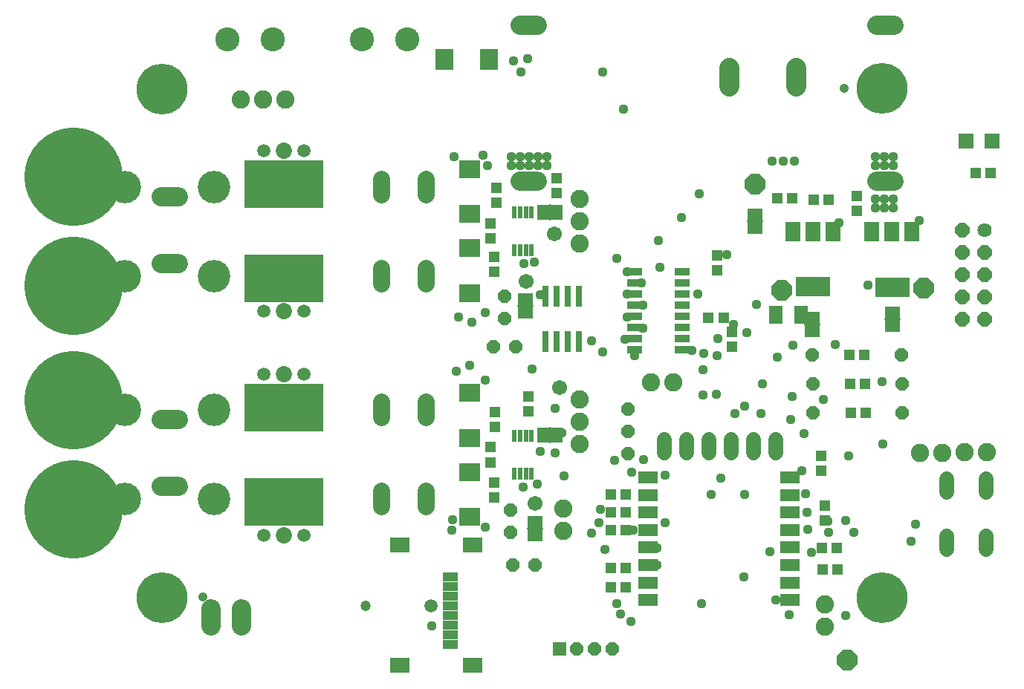
<source format=gts>
G75*
%MOIN*%
%OFA0B0*%
%FSLAX25Y25*%
%IPPOS*%
%LPD*%
%AMOC8*
5,1,8,0,0,1.08239X$1,22.5*
%
%ADD10R,0.02375X0.05524*%
%ADD11R,0.06700X0.08700*%
%ADD12R,0.15800X0.08700*%
%ADD13R,0.04737X0.05131*%
%ADD14R,0.05131X0.04737*%
%ADD15OC8,0.06000*%
%ADD16C,0.08200*%
%ADD17R,0.08674X0.05524*%
%ADD18C,0.06800*%
%ADD19R,0.06800X0.03300*%
%ADD20R,0.35249X0.21272*%
%ADD21C,0.04769*%
%ADD22C,0.05950*%
%ADD23C,0.07296*%
%ADD24C,0.06400*%
%ADD25OC8,0.06400*%
%ADD26C,0.04737*%
%ADD27C,0.05918*%
%ADD28OC8,0.09300*%
%ADD29R,0.06000X0.06000*%
%ADD30R,0.08674X0.06509*%
%ADD31R,0.06706X0.03950*%
%ADD32R,0.09461X0.07887*%
%ADD33C,0.10800*%
%ADD34R,0.06706X0.06706*%
%ADD35R,0.07100X0.05400*%
%ADD36R,0.01600X0.03300*%
%ADD37R,0.07200X0.00600*%
%ADD38C,0.44107*%
%ADD39R,0.03162X0.09461*%
%ADD40C,0.03937*%
%ADD41R,0.07887X0.09461*%
%ADD42C,0.07800*%
%ADD43C,0.14580*%
%ADD44C,0.08600*%
%ADD45C,0.09050*%
%ADD46R,0.06076X0.07887*%
%ADD47R,0.05400X0.07100*%
%ADD48R,0.03300X0.01600*%
%ADD49R,0.00600X0.07200*%
%ADD50C,0.06737*%
%ADD51C,0.22800*%
%ADD52C,0.04369*%
D10*
X0261871Y0147324D03*
X0264430Y0147324D03*
X0266989Y0147324D03*
X0269548Y0147324D03*
X0269548Y0164306D03*
X0266989Y0164306D03*
X0264430Y0164306D03*
X0261871Y0164306D03*
X0261871Y0247718D03*
X0264430Y0247718D03*
X0266989Y0247718D03*
X0269548Y0247718D03*
X0269548Y0264699D03*
X0266989Y0264699D03*
X0264430Y0264699D03*
X0261871Y0264699D03*
D11*
X0386806Y0255962D03*
X0395806Y0255962D03*
X0404806Y0255962D03*
X0422239Y0255939D03*
X0431239Y0255939D03*
X0440239Y0255939D03*
D12*
X0431339Y0231139D03*
X0395906Y0231162D03*
D13*
X0355648Y0217486D03*
X0348955Y0217486D03*
X0352787Y0238654D03*
X0352787Y0245347D03*
X0415619Y0265280D03*
X0415619Y0271973D03*
X0468808Y0282403D03*
X0475501Y0282403D03*
X0280729Y0279878D03*
X0280729Y0273185D03*
X0253763Y0275709D03*
X0253763Y0269016D03*
X0251024Y0259555D03*
X0251024Y0252862D03*
X0252914Y0244791D03*
X0252914Y0238098D03*
X0268229Y0181878D03*
X0268229Y0175185D03*
X0253032Y0175131D03*
X0253032Y0168438D03*
X0251024Y0159161D03*
X0251024Y0152468D03*
X0252914Y0143413D03*
X0252914Y0136720D03*
X0305138Y0137943D03*
X0311831Y0137943D03*
X0311864Y0129915D03*
X0305171Y0129915D03*
X0305161Y0121837D03*
X0311854Y0121837D03*
X0311891Y0105022D03*
X0305199Y0105022D03*
X0305169Y0096289D03*
X0311862Y0096289D03*
X0400078Y0104420D03*
X0406771Y0104420D03*
X0406472Y0114138D03*
X0399779Y0114138D03*
X0401092Y0126368D03*
X0401092Y0133061D03*
X0399490Y0148620D03*
X0399490Y0155313D03*
D14*
X0412729Y0174531D03*
X0419422Y0174531D03*
X0419229Y0187531D03*
X0412536Y0187531D03*
X0412229Y0200531D03*
X0418922Y0200531D03*
X0359596Y0204214D03*
X0359596Y0210907D03*
X0379712Y0270893D03*
X0386405Y0270893D03*
X0396193Y0270282D03*
X0402886Y0270282D03*
D15*
X0395576Y0200531D03*
X0395729Y0187531D03*
X0395729Y0174531D03*
X0435729Y0174531D03*
X0435729Y0187531D03*
X0435576Y0200531D03*
X0312646Y0176205D03*
X0312646Y0166205D03*
X0312646Y0156205D03*
X0260275Y0131102D03*
X0260275Y0121102D03*
X0261133Y0106372D03*
X0271133Y0106372D03*
X0289968Y0068704D03*
X0297842Y0068704D03*
X0305716Y0068704D03*
X0262539Y0204389D03*
X0252539Y0204389D03*
X0257334Y0216962D03*
X0257334Y0226962D03*
D16*
X0291007Y0250614D03*
X0291007Y0260614D03*
X0291007Y0270614D03*
X0159080Y0315226D03*
X0149080Y0315226D03*
X0139080Y0315226D03*
X0323029Y0188492D03*
X0333029Y0188492D03*
X0291043Y0180635D03*
X0291043Y0170635D03*
X0291043Y0160635D03*
X0283854Y0131751D03*
X0283854Y0121751D03*
X0401220Y0088808D03*
X0401220Y0078808D03*
X0443943Y0156719D03*
X0453943Y0156719D03*
X0463914Y0156845D03*
X0473914Y0156845D03*
D17*
X0385607Y0145657D03*
X0385607Y0137783D03*
X0385607Y0129909D03*
X0385607Y0122035D03*
X0385607Y0114161D03*
X0385607Y0106287D03*
X0385607Y0098413D03*
X0385607Y0090539D03*
X0321828Y0090539D03*
X0321828Y0098413D03*
X0321828Y0106287D03*
X0321828Y0114161D03*
X0321828Y0122035D03*
X0321828Y0129909D03*
X0321828Y0137783D03*
X0321828Y0145657D03*
D18*
X0329198Y0156563D02*
X0329198Y0162563D01*
X0339198Y0162563D02*
X0339198Y0156563D01*
X0349198Y0156563D02*
X0349198Y0162563D01*
X0359198Y0162563D02*
X0359198Y0156563D01*
X0369198Y0156563D02*
X0369198Y0162563D01*
X0379198Y0162563D02*
X0379198Y0156563D01*
X0455829Y0144831D02*
X0455829Y0138831D01*
X0473629Y0138831D02*
X0473629Y0144831D01*
X0473629Y0119231D02*
X0473629Y0113231D01*
X0455829Y0113231D02*
X0455829Y0119231D01*
D19*
X0337052Y0202866D03*
X0337052Y0207866D03*
X0337052Y0212866D03*
X0337052Y0217866D03*
X0337052Y0222866D03*
X0337052Y0227866D03*
X0337052Y0232866D03*
X0337052Y0237866D03*
X0315831Y0237866D03*
X0315831Y0232866D03*
X0315831Y0227866D03*
X0315831Y0222866D03*
X0315831Y0217866D03*
X0315831Y0212866D03*
X0315831Y0207866D03*
X0315831Y0202866D03*
D20*
X0158457Y0177075D03*
X0158457Y0134555D03*
X0158457Y0234949D03*
X0158457Y0277468D03*
D21*
X0158457Y0277862D03*
X0151568Y0277862D03*
X0144678Y0277862D03*
X0144678Y0270972D03*
X0151568Y0270972D03*
X0158457Y0270972D03*
X0165347Y0270972D03*
X0172237Y0270972D03*
X0172237Y0277862D03*
X0165347Y0277862D03*
X0165347Y0284752D03*
X0158457Y0284752D03*
X0151568Y0284752D03*
X0144678Y0284752D03*
X0172237Y0284752D03*
X0172237Y0241445D03*
X0165347Y0241445D03*
X0158457Y0241445D03*
X0151568Y0241445D03*
X0144678Y0241445D03*
X0144678Y0234555D03*
X0151568Y0234555D03*
X0158457Y0234555D03*
X0165347Y0234555D03*
X0172237Y0234555D03*
X0172237Y0227665D03*
X0165347Y0227665D03*
X0158457Y0227665D03*
X0151568Y0227665D03*
X0144678Y0227665D03*
X0144678Y0184358D03*
X0151568Y0184358D03*
X0158457Y0184358D03*
X0165347Y0184358D03*
X0172237Y0184358D03*
X0172237Y0177468D03*
X0165347Y0177468D03*
X0158457Y0177468D03*
X0151568Y0177468D03*
X0144678Y0177468D03*
X0144678Y0170579D03*
X0151568Y0170579D03*
X0158457Y0170579D03*
X0165347Y0170579D03*
X0172237Y0170579D03*
X0172237Y0141051D03*
X0165347Y0141051D03*
X0158457Y0141051D03*
X0151568Y0141051D03*
X0144678Y0141051D03*
X0144678Y0134161D03*
X0151568Y0134161D03*
X0158457Y0134161D03*
X0165347Y0134161D03*
X0172237Y0134161D03*
X0172237Y0127271D03*
X0165347Y0127271D03*
X0158457Y0127271D03*
X0151568Y0127271D03*
X0144678Y0127271D03*
D22*
X0149568Y0119771D03*
X0167347Y0119771D03*
X0167347Y0191858D03*
X0149568Y0191858D03*
X0149568Y0220165D03*
X0167347Y0220165D03*
X0167347Y0292252D03*
X0149568Y0292252D03*
D23*
X0158457Y0292252D03*
X0158457Y0220165D03*
X0158457Y0191858D03*
X0158457Y0119771D03*
D24*
X0472678Y0256657D03*
D25*
X0462678Y0256657D03*
X0462678Y0246657D03*
X0472678Y0246657D03*
X0472678Y0236657D03*
X0462678Y0236657D03*
X0462678Y0226657D03*
X0472678Y0226657D03*
X0472678Y0216657D03*
X0462678Y0216657D03*
D26*
X0195084Y0088114D03*
D27*
X0224612Y0088114D03*
D28*
X0411135Y0063531D03*
X0381906Y0229571D03*
X0445339Y0230571D03*
X0369905Y0277341D03*
D29*
X0282094Y0068704D03*
D30*
X0243303Y0061287D03*
X0210625Y0061287D03*
X0210625Y0115421D03*
X0243303Y0115421D03*
D31*
X0233066Y0100972D03*
X0233066Y0096641D03*
X0233066Y0092311D03*
X0233066Y0087980D03*
X0233066Y0083649D03*
X0233066Y0079319D03*
X0233066Y0074988D03*
X0233066Y0070657D03*
D32*
X0241713Y0128059D03*
X0241713Y0148138D03*
X0241713Y0163492D03*
X0241713Y0183571D03*
X0241713Y0228453D03*
X0241713Y0248531D03*
X0241713Y0263886D03*
X0241713Y0283964D03*
D33*
X0213833Y0342420D03*
X0193360Y0342420D03*
X0153597Y0342420D03*
X0133124Y0342420D03*
D34*
X0464422Y0296649D03*
X0476202Y0296649D03*
D35*
X0369901Y0263501D03*
X0369901Y0257501D03*
X0431339Y0219760D03*
X0431339Y0213760D03*
X0395406Y0211260D03*
X0395406Y0217260D03*
X0266729Y0219531D03*
X0266729Y0225531D03*
X0271229Y0125531D03*
X0271229Y0119531D03*
D36*
X0271229Y0122531D03*
X0395406Y0214260D03*
X0431339Y0216760D03*
X0369901Y0260501D03*
X0266729Y0222531D03*
D37*
X0266729Y0222531D03*
X0369901Y0260501D03*
X0431339Y0216760D03*
X0395406Y0214260D03*
X0271229Y0122531D03*
D38*
X0064135Y0131208D03*
X0064135Y0180421D03*
X0064135Y0231602D03*
X0064135Y0280815D03*
D39*
X0275902Y0227124D03*
X0280902Y0227124D03*
X0285902Y0227124D03*
X0290902Y0227124D03*
X0290902Y0206652D03*
X0285902Y0206652D03*
X0280902Y0206652D03*
X0275902Y0206652D03*
D40*
X0409686Y0320185D02*
X0409686Y0320185D01*
X0409686Y0320185D01*
X0409686Y0320185D01*
X0409686Y0320185D01*
X0409686Y0320185D01*
X0409686Y0320185D01*
X0409686Y0320185D01*
X0409686Y0320185D01*
X0122284Y0091838D02*
X0122284Y0091838D01*
X0122284Y0091838D01*
X0122284Y0091838D01*
X0122284Y0091838D01*
X0122284Y0091838D01*
X0122284Y0091838D01*
X0122284Y0091838D01*
X0122284Y0091838D01*
D41*
X0230426Y0333372D03*
X0250505Y0333372D03*
D42*
X0222229Y0279708D02*
X0222229Y0272708D01*
X0202229Y0272708D02*
X0202229Y0279708D01*
X0202229Y0239708D02*
X0202229Y0232708D01*
X0222229Y0232708D02*
X0222229Y0239708D01*
X0222229Y0179708D02*
X0222229Y0172708D01*
X0202229Y0172708D02*
X0202229Y0179708D01*
X0202229Y0139708D02*
X0202229Y0132708D01*
X0222229Y0132708D02*
X0222229Y0139708D01*
D43*
X0127229Y0136031D03*
X0087229Y0136031D03*
X0087229Y0176031D03*
X0127229Y0176031D03*
X0127229Y0236031D03*
X0087229Y0236031D03*
X0087229Y0276031D03*
X0127229Y0276031D03*
D44*
X0125828Y0086683D02*
X0125828Y0078883D01*
X0139607Y0078883D02*
X0139607Y0086683D01*
X0111129Y0141531D02*
X0103329Y0141531D01*
X0103329Y0171531D02*
X0111129Y0171531D01*
X0111129Y0241531D02*
X0103329Y0241531D01*
X0103329Y0271531D02*
X0111129Y0271531D01*
X0264329Y0278531D02*
X0272129Y0278531D01*
X0272129Y0348531D02*
X0264329Y0348531D01*
X0424329Y0348531D02*
X0432129Y0348531D01*
X0432129Y0278531D02*
X0424329Y0278531D01*
D45*
X0388229Y0321406D02*
X0388229Y0329656D01*
X0358229Y0329656D02*
X0358229Y0321406D01*
D46*
X0379099Y0218531D03*
X0390359Y0218531D03*
D47*
X0280729Y0264531D03*
X0274729Y0264531D03*
X0274729Y0164531D03*
X0280729Y0164531D03*
D48*
X0277729Y0164531D03*
X0277729Y0264531D03*
D49*
X0277729Y0264531D03*
X0277729Y0164531D03*
D50*
X0282229Y0186031D03*
X0267229Y0233531D03*
X0279729Y0255031D03*
X0271229Y0134031D03*
D51*
X0426745Y0091700D03*
X0103932Y0091707D03*
X0103932Y0320092D03*
X0426745Y0320164D03*
D52*
X0427863Y0289674D03*
X0427863Y0285674D03*
X0431863Y0285674D03*
X0431863Y0289674D03*
X0423863Y0289674D03*
X0423863Y0285674D03*
X0423863Y0270674D03*
X0423863Y0266674D03*
X0427863Y0266674D03*
X0431863Y0266674D03*
X0431863Y0270674D03*
X0427863Y0270674D03*
X0443424Y0261084D03*
X0407424Y0260084D03*
X0357228Y0245586D03*
X0336895Y0262240D03*
X0326417Y0252154D03*
X0307729Y0244031D03*
X0312531Y0237866D03*
X0318801Y0232863D03*
X0312618Y0227866D03*
X0319373Y0222873D03*
X0312427Y0217769D03*
X0319532Y0212813D03*
X0311451Y0207657D03*
X0315787Y0200317D03*
X0301403Y0201955D03*
X0296566Y0207007D03*
X0269930Y0194312D03*
X0248930Y0189312D03*
X0241804Y0195907D03*
X0235847Y0193433D03*
X0242910Y0215250D03*
X0236734Y0217653D03*
X0248910Y0219750D03*
X0241804Y0228682D03*
X0266063Y0241531D03*
X0270832Y0242462D03*
X0273625Y0227534D03*
X0327101Y0240069D03*
X0343991Y0227924D03*
X0370501Y0223355D03*
X0379924Y0219084D03*
X0366300Y0210734D03*
X0360059Y0214333D03*
X0353146Y0208015D03*
X0346857Y0201393D03*
X0341424Y0202584D03*
X0352905Y0200485D03*
X0346638Y0193943D03*
X0346528Y0182821D03*
X0352455Y0183020D03*
X0365108Y0177644D03*
X0360808Y0174359D03*
X0372591Y0174359D03*
X0385744Y0171502D03*
X0391747Y0165265D03*
X0411754Y0155169D03*
X0427209Y0160506D03*
X0400424Y0180584D03*
X0386406Y0182113D03*
X0373161Y0187531D03*
X0379924Y0199584D03*
X0386802Y0204954D03*
X0405943Y0205410D03*
X0426754Y0188669D03*
X0390964Y0148620D03*
X0392444Y0138204D03*
X0393198Y0129915D03*
X0402488Y0126122D03*
X0402649Y0120944D03*
X0393543Y0122380D03*
X0410428Y0126479D03*
X0414229Y0121031D03*
X0395109Y0112092D03*
X0376352Y0112319D03*
X0364881Y0100842D03*
X0378998Y0090648D03*
X0385306Y0083872D03*
X0410389Y0083730D03*
X0345765Y0088985D03*
X0314126Y0081022D03*
X0309381Y0084306D03*
X0307798Y0088890D03*
X0325717Y0106223D03*
X0325896Y0114072D03*
X0315213Y0121837D03*
X0329611Y0125237D03*
X0350153Y0137985D03*
X0354506Y0145440D03*
X0365202Y0137985D03*
X0329424Y0146584D03*
X0319924Y0153584D03*
X0314424Y0148084D03*
X0306849Y0153226D03*
X0284175Y0146369D03*
X0280229Y0156531D03*
X0273430Y0157312D03*
X0283229Y0165531D03*
X0280229Y0176531D03*
X0272179Y0142545D03*
X0265907Y0141286D03*
X0234056Y0126788D03*
X0233930Y0121883D03*
X0248804Y0123288D03*
X0296490Y0120540D03*
X0299921Y0125424D03*
X0300460Y0131271D03*
X0302531Y0113263D03*
X0224861Y0079084D03*
X0439729Y0117031D03*
X0441729Y0124531D03*
X0420580Y0232006D03*
X0344805Y0273004D03*
X0377457Y0287674D03*
X0382457Y0287674D03*
X0387457Y0287674D03*
X0310834Y0310973D03*
X0301415Y0327693D03*
X0267955Y0333553D03*
X0261326Y0332719D03*
X0264799Y0327780D03*
X0264585Y0289800D03*
X0268585Y0289800D03*
X0272585Y0289800D03*
X0276585Y0289800D03*
X0276585Y0285800D03*
X0272585Y0285800D03*
X0268585Y0285800D03*
X0264585Y0285800D03*
X0260585Y0285800D03*
X0260585Y0289800D03*
X0249971Y0285716D03*
X0247971Y0290247D03*
X0241804Y0283800D03*
X0234817Y0289804D03*
M02*

</source>
